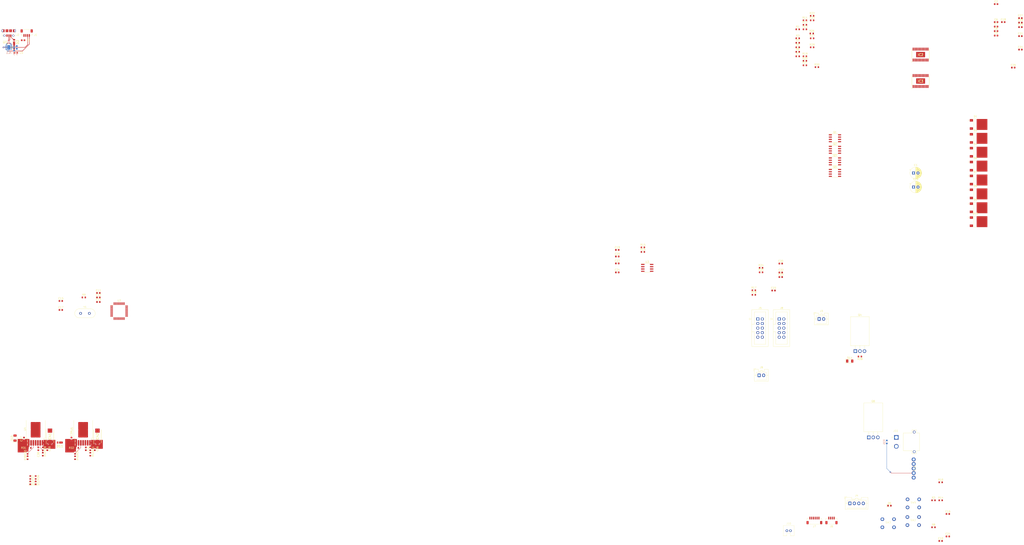
<source format=kicad_pcb>
(kicad_pcb (version 20221018) (generator pcbnew)
  (layers (0 "F.Cu" signal) (31 "B.Cu" signal) (34 "B.Paste" user) (35 "F.Paste" user) (36 "B.SilkS" user "B.Silkscreen") (37 "F.SilkS" user "F.Silkscreen") (38 "B.Mask" user) (39 "F.Mask" user) (44 "Edge.Cuts" user))
  (net 0 "")
  (net 1 "+BATT")
  (net 2 "GND")
  (net 3 "Net-(IC2-CP1)")
  (net 4 "Net-(IC2-CP2)")
  (net 5 "+5V")
  (net 6 "Net-(IC2-VREG)")
  (net 7 "Net-(D3-K)")
  (net 8 "Net-(IC2-CA)")
  (net 9 "Net-(IC2-V5)")
  (net 10 "NRST")
  (net 11 "+3V3")
  (net 12 "Net-(IC1-3V3OUT)")
  (net 13 "Net-(U2-PF0)")
  (net 14 "Net-(U2-PB5)")
  (net 15 "Net-(U2-PF1)")
  (net 16 "Net-(D6-K)")
  (net 17 "Net-(IC2-CB)")
  (net 18 "Net-(U2-PB6)")
  (net 19 "Net-(C24-Pad1)")
  (net 20 "Net-(IC3-CP1)")
  (net 21 "Net-(IC3-CP2)")
  (net 22 "Net-(IC3-VREG)")
  (net 23 "Net-(D8-K)")
  (net 24 "Net-(IC3-CA)")
  (net 25 "Net-(IC3-V5)")
  (net 26 "Net-(D10-K)")
  (net 27 "Net-(IC3-CB)")
  (net 28 "Net-(U4-FB)")
  (net 29 "Net-(D11-A)")
  (net 30 "Net-(U5-FB)")
  (net 31 "Net-(D14-K)")
  (net 32 "Net-(U4-SS)")
  (net 33 "Net-(U5-SS)")
  (net 34 "Net-(D2-K)")
  (net 35 "Net-(D2-A)")
  (net 36 "Net-(D5-A)")
  (net 37 "Net-(D12-A)")
  (net 38 "Net-(D13-A)")
  (net 39 "Net-(IC1-USBDM)")
  (net 41 "Net-(IC1-TXD)")
  (net 42 "Net-(IC1-CTS#)")
  (net 43 "Net-(IC1-RXD)")
  (net 44 "Net-(IC1-USBDP)")
  (net 45 "Net-(IC2-GLB)")
  (net 46 "Net-(IC2-GHB)")
  (net 48 "Net-(IC2-GHA)")
  (net 49 "Net-(IC2-GLA)")
  (net 52 "DRV1_PHASE")
  (net 53 "DRVx_SR")
  (net 54 "DRV1_PWML")
  (net 55 "DRV1_PWMH")
  (net 56 "Net-(IC2-FF1)")
  (net 57 "Net-(IC2-FF2)")
  (net 58 "Net-(IC2-RDEAD)")
  (net 59 "Net-(IC2-VDSTH)")
  (net 60 "Net-(IC3-GLB)")
  (net 61 "Net-(IC3-GHB)")
  (net 63 "Net-(IC3-GHA)")
  (net 64 "Net-(IC3-GLA)")
  (net 67 "DRV2_PHASE")
  (net 68 "DRV2_PWML")
  (net 69 "DRV2_PWMH")
  (net 70 "Net-(IC3-FF1)")
  (net 71 "Net-(IC3-FF2)")
  (net 72 "Net-(IC3-RDEAD)")
  (net 73 "Net-(IC3-VDSTH)")
  (net 74 "Net-(J2-D-)")
  (net 75 "Net-(J2-D+)")
  (net 77 "Net-(J4-Pin_2)")
  (net 78 "Net-(J4-Pin_3)")
  (net 82 "Encoder_LA")
  (net 84 "Encoder_LB")
  (net 87 "Net-(J6-Pin_2)")
  (net 88 "Net-(J6-Pin_3)")
  (net 89 "Net-(J7-Pin_2)")
  (net 90 "Net-(J7-Pin_4)")
  (net 91 "Net-(J7-Pin_6)")
  (net 95 "Encoder_RA")
  (net 97 "Encoder_RB")
  (net 100 "Net-(J10-Pin_1)")
  (net 101 "Net-(J11-Pin_1)")
  (net 102 "Net-(Q1A-G)")
  (net 103 "Net-(Q1B-G)")
  (net 104 "Net-(Q2A-G)")
  (net 105 "Net-(Q2B-G)")
  (net 106 "Net-(Q3A-G)")
  (net 107 "Net-(Q3B-G)")
  (net 108 "Net-(Q5A-G)")
  (net 109 "Net-(Q5B-G)")
  (net 110 "Net-(Q6-G)")
  (net 111 "Net-(U2-BOOT0)")
  (net 112 "Net-(U4-RON)")
  (net 113 "Net-(U5-RON)")
  (net 114 "Net-(U4-EN)")
  (net 115 "Net-(U5-EN)")
  (net 116 "Net-(U2-PA11)")
  (net 117 "Net-(U2-PA12)")
  (footprint "Capacitor_SMD:C_0603_1608Metric" (layer "F.Cu") (at 524.075 257.355)
    (fp_text reference "C16")
    (fp_text value "C")
  )
  (footprint "Resistor_SMD:R_0603_1608Metric" (layer "F.Cu") (at 12 237 -90)
    (fp_text reference "R37")
    (fp_text value "R")
  )
  (footprint "Package_TO_SOT_THT:TO-220F-3_Horizontal_TabDown" (layer "F.Cu") (at 472.46 166.5)
    (fp_text reference "Q4")
    (fp_text value "SFS9Z34")
  )
  (footprint "Resistor_SMD:R_0603_1608Metric" (layer "F.Cu") (at 19 224 -90)
    (fp_text reference "R42")
    (fp_text value "1.05k")
  )
  (footprint "Resistor_SMD:R_0603_1608Metric" (layer "F.Cu") (at 520.075 239.695)
    (fp_text reference "R10")
    (fp_text value "R")
  )
  (footprint "Capacitor_SMD:C_0603_1608Metric" (layer "F.Cu") (at 8.5 215.5 90)
    (fp_text reference "C37")
    (fp_text value "10u")
  )
  (footprint "Capacitor_SMD:C_0603_1608Metric" (layer "F.Cu") (at 564.575 -1.785)
    (fp_text reference "C34")
    (fp_text value "C")
  )
  (footprint "Package_SO:SO-8_3.9x4.9mm_P1.27mm" (layer "F.Cu") (at 461.07 54.135)
    (fp_text reference "Q2")
    (fp_text value "GSFQ6806")
  )
  (footprint "LED_SMD:LED_0603_1608Metric" (layer "F.Cu") (at 12 240 90)
    (fp_text reference "D13")
    (fp_text value "LED")
  )
  (footprint "Connector_JST:JST_XA_B02B-XASK-1-A_1x02_P2.50mm_Vertical" (layer "F.Cu") (at 418.75 180)
    (fp_text reference "J9")
    (fp_text value "XA")
  )
  (footprint "Capacitor_SMD:C_0603_1608Metric" (layer "F.Cu") (at 430.82 122.63)
    (fp_text reference "C32")
    (fp_text value "C")
  )
  (footprint "Package_SO:SOIC-8_3.9x4.9mm_P1.27mm" (layer "F.Cu") (at 356.3 120.015)
    (fp_text reference "U3")
    (fp_text value "TJA1441AT")
  )
  (footprint "Capacitor_SMD:C_0603_1608Metric" (layer "F.Cu") (at 29.07 143.51)
    (fp_text reference "C17")
    (fp_text value "C")
  )
  (footprint "Resistor_SMD:R_0603_1608Metric" (layer "F.Cu") (at 448.135 -10.77)
    (fp_text reference "R26")
    (fp_text value "R")
  )
  (footprint "Capacitor_SMD:C_0603_1608Metric" (layer "F.Cu") (at 564.575 -19.355)
    (fp_text reference "C27")
    (fp_text value "C")
  )
  (footprint "Resistor_SMD:R_0603_1608Metric" (layer "F.Cu") (at 516.065 264.795)
    (fp_text reference "R8")
    (fp_text value "R")
  )
  (footprint "Resistor_SMD:R_0603_1608Metric" (layer "F.Cu") (at 37 226 -90)
    (fp_text reference "R40")
    (fp_text value "2.61k")
  )
  (footprint "Resistor_SMD:R_0603_1608Metric" (layer "F.Cu") (at 45.5 224 -90)
    (fp_text reference "R43")
    (fp_text value "4.75k")
  )
  (footprint "Package_QFP:LQFP-32_7x7mm_P0.8mm" (layer "F.Cu") (at 61.595 144.145)
    (fp_text reference "U2")
    (fp_text value "STM32F303K8Tx")
  )
  (footprint "Resistor_SMD:R_0603_1608Metric" (layer "F.Cu") (at 448.32 -18.115)
    (fp_text reference "R23")
    (fp_text value "R")
  )
  (footprint "LibraryLoader:CAPPM7343X310N" (layer "F.Cu") (at 23 214 90)
    (fp_text reference "C41")
    (fp_text value "ECASD60J337M009KA0" hide)
  )
  (footprint "LibraryLoader:A3944KLPTRT" (layer "F.Cu") (at 508.87 15.75)
    (fp_text reference "IC3")
    (fp_text value "A3921KLPTR-T" hide)
  )
  (footprint "Connector_JST:JST_SH_BM04B-SRSS-TB_1x04-1MP_P1.00mm_Vertical" (layer "F.Cu") (at 459.105 260.985 180)
    (fp_text reference "J6")
    (fp_text value "SH")
  )
  (footprint "Resistor_SMD:R_0603_1608Metric" (layer "F.Cu") (at 10.5 226 -90)
    (fp_text reference "R38")
    (fp_text value "2.74k")
  )
  (footprint "Capacitor_SMD:C_0603_1608Metric" (layer "F.Cu") (at 564.575 -16.845)
    (fp_text reference "C28")
    (fp_text value "C")
  )
  (footprint "Connector_JST:JST_XA_B02B-XASK-1-A_1x02_P2.50mm_Vertical" (layer "F.Cu") (at 452.25 148.545)
    (fp_text reference "J3")
    (fp_text value "XA")
  )
  (footprint "Capacitor_SMD:C_0603_1608Metric" (layer "F.Cu") (at 560.565 8.255)
    (fp_text reference "C26")
    (fp_text value "470n")
  )
  (footprint "Capacitor_SMD:C_0603_1608Metric" (layer "F.Cu") (at 564.575 -9.315)
    (fp_text reference "C31")
    (fp_text value "100n")
  )
  (footprint "Capacitor_SMD:C_0603_1608Metric" (layer "F.Cu") (at 524.075 269.905)
    (fp_text reference "C21")
    (fp_text value "C")
  )
  (footprint "Resistor_SMD:R_0603_1608Metric" (layer "F.Cu") (at 419.825 122.51)
    (fp_text reference "R25")
    (fp_text value "R")
  )
  (footprint "Resistor_SMD:R_0603_1608Metric" (layer "F.Cu") (at 440.3 -0.545)
    (fp_text reference "R6")
    (fp_text value "R")
  )
  (footprint "Capacitor_SMD:C_0603_1608Metric" (layer "F.Cu") (at 426.81 132.67)
    (fp_text reference "C23")
    (fp_text value "C")
  )
  (footprint "Resistor_SMD:R_0603_1608Metric" (layer "F.Cu") (at 448.32 -8.075)
    (fp_text reference "R27")
    (fp_text value "R")
  )
  (footprint "LibraryLoader:DTS-63-N-V-BLK(TS-0606-F-N" (layer "F.Cu") (at 504.75 261.33)
    (fp_text reference "SW2")
    (fp_text value "BLACK")
  )
  (footprint "Capacitor_SMD:C_0603_1608Metric" (layer "F.Cu") (at 21.5 221 90)
    (fp_text reference "C35")
    (fp_text value "0.022u")
  )
  (footprint "Capacitor_SMD:C_0603_1608Metric" (layer "F.Cu") (at 43 221 -90)
    (fp_text reference "C40")
    (fp_text value "4700p")
  )
  (footprint "Resistor_SMD:R_0603_1608Metric" (layer "F.Cu") (at 10.5 223 -90)
    (fp_text reference "R33")
    (fp_text value "46.4k")
  )
  (footprint "Resistor_SMD:R_0603_1608Metric" (layer "F.Cu") (at 475 169.5 180)
    (fp_text reference "R28")
    (fp_text value "100k")
  )
  (footprint "Resistor_SMD:R_0603_1608Metric" (layer "F.Cu") (at 19 221 90)
    (fp_text reference "R39")
    (fp_text value "5.62k")
  )
  (footprint "Capacitor_SMD:C_0603_1608Metric" (layer "F.Cu") (at 4 0)
    (fp_text reference "C5")
    (fp_text value "C")
  )
  (footprint "Connector_JST:JST_SH_BM04B-SRSS-TB_1x04-1MP_P1.00mm_Vertical" (layer "F.Cu") (at 10 -11)
    (fp_text reference "J1")
    (fp_text value "SH")
  )
  (footprint "Capacitor_SMD:C_0603_1608Metric" (layer "F.Cu") (at 339.585 113.665)
    (fp_text reference "C20")
    (fp_text value "C")
  )
  (footprint "Resistor_SMD:R_0603_1608Metric" (layer "F.Cu") (at 15 237 -90)
    (fp_text reference "R36")
    (fp_text value "R")
  )
  (footprint "Connector_JST:JST_XA_B04B-XASK-1-A_1x04_P2.50mm_Vertical" (layer "F.Cu") (at 469.385 251.46)
    (fp_text reference "J4")
    (fp_text value "XA")
  )
  (footprint "Capacitor_SMD:C_0603_1608Metric" (layer "F.Cu") (at 339.585 117.535)
    (fp_text reference "C22")
    (fp_text value "C")
  )
  (footprint "Inductor_SMD:L_0603_1608Metric" (layer "F.Cu") (at 3 -3 90)
    (fp_text reference "L1")
    (fp_text value "BLM18PG600SN1D")
  )
  (footprint "LibraryLoader:DTS-63-N-V-BLK(TS-0606-F-N" (layer "F.Cu") (at 504.825 251.46)
    (fp_text reference "SW5")
    (fp_text value "RED")
  )
  (footprint "LibraryLoader:DIO_MBRAD1560H" (layer "F.Cu") (at 541.2125 94.235)
    (fp_text reference "D10")
    (fp_text value "MBRAD1560H")
  )
  (footprint "LibraryLoader:XT30PWM" (layer "F.Cu") (at 505.3 217.13 -90)
    (fp_text reference "J11")
    (fp_text value "XT30")
  )
  (footprint "LibraryLoader:CUHS20S40H3F" (layer "F.Cu") (at 3 -6 90)
    (fp_text reference "D2")
    (fp_text value "CUHS20S30" hide)
  )
  (footprint "Resistor_SMD:R_0603_1608Metric" (layer "F.Cu") (at 353.885 111.125)
    (fp_text reference "R16")
    (fp_text value "R")
  )
  (footprint "Resistor_SMD:R_0603_1608Metric" (layer "F.Cu") (at 353.885 108.615)
    (fp_text reference "R15")
    (fp_text value "R")
  )
  (footprint "Resistor_SMD:R_0603_1608Metric" (layer "F.Cu") (at 38 220.5)
    (fp_text reference "R32")
    (fp_text value "127k")
  )
  (footprint "Package_TO_SOT_SMD:Texas_NDW-7_TabPin8" (layer "F.Cu") (at 41.5 210 90)
    (fp_text reference "U5")
    (fp_text value "LMZ12002EXT")
  )
  (footprint "Capacitor_SMD:C_0603_1608Metric" (layer "F.Cu") (at 339.585 122.555)
    (fp_text reference "C24")
    (fp_text value "C")
  )
  (footprint "Capacitor_SMD:C_0603_1608Metric" (layer "F.Cu") (at 550.98 -9.615)
    (fp_text reference "C9")
    (fp_text value "100n")
  )
  (footprint "LibraryLoader:2MS1-T1-B4-VS2-Q-E-S" (layer "F.Cu") (at 505 232 -90)
    (fp_text reference "SW4")
    (fp_text value "2MS1-T1-B4-VS2-Q-E-S")
  )
  (footprint "Resistor_SMD:R_0603_1608Metric" (layer "F.Cu") (at 419.825 120)
    (fp_text reference "R24")
    (fp_text value "R")
  )
  (footprint "Capacitor_SMD:C_0603_1608Metric" (layer "F.Cu") (at 550.98 -27.185)
    (fp_text reference "C2")
    (fp_text value "470n")
  )
  (footprint "Package_SO:SO-8_3.9x4.9mm_P1.27mm" (layer "F.Cu") (at 461.07 60.585)
    (fp_text reference "Q3")
    (fp_text value "GSFQ6806")
  )
  (footprint "Resistor_SMD:R_0603_1608Metric" (layer "F.Cu") (at 440.3 -3.055)
    (fp_text reference "R5")
    (fp_text value "R")
  )
  (footprint "LibraryLoader:CUHS20S40H3F" (layer "F.Cu") (at 28.5 217.5 180)
    (fp_text reference "D11")
    (fp_text value "CUHS20S30" hide)
  )
  (footprint "Resistor_SMD:R_0603_1608Metric" (layer "F.Cu") (at 37 223 -90)
    (fp_text reference "R34")
    (fp_text value "8.25k")
  )
  (footprint "Resistor_SMD:R_0603_1608Metric" (layer "F.Cu") (at 440.3 -5.565)
    (fp_text reference "R4")
    (fp_text value "R")
  )
  (footprint "LibraryLoader:DIO_MBRAD1560H" (layer "F.Cu") (at 541.2125 55.485)
    (fp_text reference "D4")
    (fp_text value "MBRAD1560H")
  )
  (footprint "LibraryLoader:DIO_MBRAD1560H" (layer "F.Cu") (at 541.2125 47.735)
    (fp_text reference "D3")
    (fp_text value "MBRAD1560H")
  )
  (footprint "Resistor_SMD:R_0603_1608Metric" (layer "F.Cu") (at 440.3 1.965)
    (fp_text reference "R7")
    (fp_text value "R")
  )
  (footprint "Capacitor_SMD:C_0603_1608Metric" (layer "F.Cu") (at 564.575 -14.335)
    (fp_text reference "C29")
    (fp_text value "C")
  )
  (footprint "Capacitor_SMD:C_0603_1608Metric" (layer "F.Cu") (at 8 -7)
    (fp_text reference "C3")
    (fp_text value "C")
  )
  (footprint "Capacitor_SMD:C_0603_1608Metric" (layer "F.Cu") (at 554.99 -17.145)
    (fp_text reference "C18")
    (fp_text value "C")
  )
  (footprint "Capacitor_SMD:C_0603_1608Metric" (layer "F.Cu") (at 48 221 90)
    (fp_text reference "C36")
    (fp_text value "0.022u")
  )
  (footprint "LED_SMD:LED_0603_1608Metric" (layer "F.Cu") (at 491.49 252.73)
    (fp_text reference "D5")
    (fp_text value "LED")
  )
  (footprint "Connector_USB:USB_Micro-B_Amphenol_10118194_Horizontal" (layer "F.Cu") (at 0 -11 180)
    (fp_text reference "J2")
    (fp_text value "USB_B_Micro")
  )
  (footprint "Capacitor_THT:CP_Radial_D6.3mm_P2.50mm" (layer "F.Cu") (at 504.912621 67.08)
    (fp_text reference "C1")
    (fp_text value "35ZLH100MEFC6.3X11")
  )
  (footprint "Capacitor_THT:CP_Radial_D6.3mm_P2.50mm" (layer "F.Cu") (at 504.912621 74.93)
    (fp_text reference "C25")
    (fp_text value "35ZLH100MEFC6.3X11")
  )
  (footprint "LibraryLoader:DIO_MBRAD1560H" (layer "F.Cu") (at 541.2125 78.735)
    (fp_text reference "D8")
    (fp_text value "MBRAD1560H")
  )
  (footprint "Crystal:Crystal_HC49-4H_Vertical" (layer "F.Cu") (at 40.095 145.415)
    (fp_text reference "Y1")
    (fp_text value "32M")
  )
  (footprint "Diode_SMD:D_1206_3216Metric" (layer "F.Cu") (at 3.5 215 90)
    (fp_text reference "D15")
    (fp_text value "BZT52H-A30-QX")
  )
  (footprint "Capacitor_SMD:C_0603_1608Metric" (layer "F.Cu") (at 35 215.5 90)
    (fp_text reference "C39")
    (fp_text value "10u")
  )
  (footprint "Resistor_SMD:R_0603_1608Metric" (layer "F.Cu") (at 45.5 221 90)
    (fp_text reference "R41")
    (fp_text value "1.5k")
  )
  (footprint "LibraryLoader:DIO_MBRAD1560H" (layer "F.Cu") (at 541.2125 39.985)
    (fp_text reference "D1")
    (fp_text value "MBRAD1560H")
  )
  (footprint "Resistor_SMD:R_0603_1608Metric" (layer "F.Cu") (at 444.31 4.475)
    (fp_text reference "R20")
    (fp_text value "R")
  )
  (footprint "Resistor_SMD:R_0603_1608Metric" (layer "F.Cu") (at 444.31 -13.095)
    (fp_text reference "R13")
    (fp_text value "100k")
  )
  (footprint "Diode_SMD:D_1206_3216Metric" (layer "F.Cu") (at 469.315 172.04)
    (fp_text reference "D14")
    (fp_text value "BZT52H-A30-QX")
  )
  (footprint "Capacitor_SMD:C_0603_1608Metric" (layer "F.Cu") (at 50.025 136.555)
    (fp_text reference "C12")
    (fp_text value "C")
  )
  (footprint "Resistor_SMD:R_0603_1608Metric" (layer "F.Cu") (at 440.3 -8.075)
    (fp_text reference "R3")
    (fp_text value "R")
  )
  (footprint "Connector_IDC:IDC-Header_2x05_P2.54mm_Vertical" (layer "F.Cu") (at 418 148.545)
    (fp_text reference "J5")
    (fp_text value "3020-10-0300-00")
  )
  (footprint "Package_SO:SO-8_3.9x4.9mm_P1.27mm" (layer "F.Cu") (at 461.07 47.685)
    (fp_text reference "Q1")
    (fp_text value "GSFQ6806")
  )
  (footprint "Resistor_SMD:R_0603_1608Metric" (layer "F.Cu") (at 448.32 -20.625)
    (fp_text reference "R22")
    (fp_text value "R")
  )
  (footprint "Connector_JST:JST_SH_BM06B-SRSS-TB_1x06-1MP_P1.00mm_Vertical" (layer "F.Cu") (at 449.58 260.985 180)
    (fp_text reference "J7")
    (fp_text value "SH")
  )
  (footprint "Capacitor_SMD:C_0603_1608Metric" (layer "F.Cu") (at 339.585 110.005)
    (fp_text reference "C19")
    (fp_text value "C")
  )
  (footprint "Connector_IDC:IDC-Header_2x05_P2.54mm_Vertical" (layer "F.Cu") (at 429.985 148.545)
    (fp_text reference "J8")
    (fp_text value "3020-10-0300-00")
  )
  (footprint "LibraryLoader:CAPPM7343X310N" (layer "F.Cu") (at 49.5 214 90)
    (fp_text reference "C42")
    (fp_text value "ECASD60J337M009KA0" hide)
  )
  (footprint "Resistor_SMD:R_0603_1608Metric" (layer "F.Cu") (at 451 8)
    (fp_text reference "R30")
    (fp_text value "100k")
  )
  (footprint "Package_SO:SO-8_3.9x4.9mm_P1.27mm" (layer "F.Cu") (at 461.07 67.035)
    (fp_text reference "Q5")
    (fp_text value "GSFQ6806")
  )
  (footprint "Resistor_SMD:R_0603_1608Metric" (layer "F.Cu") (at 448.32 -3.055)
    (fp_text reference "R29")
    (fp_text value "R")
  )
  (footprint "Capacitor_SMD:C_0603_1608Metric" (layer "F.Cu") (at 50.025 134.045)
    (fp_text reference "C11")
    (fp_text value "C")
  )
  (footprint "LED_SMD:LED_0603_1608Metric" (layer "F.Cu") (at 15 240 90)
    (fp_text reference "D12")
    (fp_text value "LED")
  )
  (footprint "Capacitor_SMD:C_0603_1608Metric" (layer "F.Cu") (at 550.98 -14.635)
    (fp_text reference "C7")
    (fp_text value "C")
  )
  (footprint "Capacitor_SMD:C_0603_1608Metric" (layer "F.Cu") (at 520.065 272.415)
    (fp_text reference "C10")
    (fp_text value "C")
  )
  (footprint "Resistor_SMD:R_0603_1608Metric" (layer "F.Cu") (at 444.31 -18.115)
    (fp_text reference "R11")
    (fp_text value "R")
  )
  (footprint "Capacitor_SMD:C_0603_1608Metric" (layer "F.Cu") (at 50.025 139.065)
    (fp_text reference "C13")
    (fp_text value "C")
  )
  (footprint "LibraryLoader:DIO_MBRAD1560H" (layer "F.Cu") (at 541.2125 63.235)
    (fp_text reference "D6")
    (fp_text value "MBRAD1560H")
  )
  (footprint "Capacitor_SMD:C_0603_1608Metric" (layer "F.Cu") (at 550.98 -12.125)
    (fp_text reference "C8")
    (fp_text value "C")
  )
  (footprint "LibraryLoader:PA_01x02" (layer "F.Cu") (at 435.245 266.7)
    (fp_text reference "J10")
    (fp_text value "PA")
  )
  (footprint "Resistor_SMD:R_0603_1608Metric" (layer "F.Cu") (at 415.815 132.55)
    (fp_text reference "R17")
    (fp_text value "R")
  )
  (footprint "Resistor_SMD:R_0603_1608Metric" (layer "F.Cu") (at 440.3 -13.095)
    (fp_text reference "R1")
    (fp_text value "R")
  )
  (footprint "Capacitor_SMD:C_0603_1608Metric" (layer "F.Cu") (at 430.82 117.61)
    (fp_text reference "C30")
    (fp_text value "C")
  )
  (footprint "Resistor_SMD:R_0603_1608Metric" (layer "F.Cu") (at 41.91 136.525)
    (fp_text reference "R9")
    (fp_text value "10k")
  )
  (footprint "Capacitor_SMD:C_0603_1608Metric" (layer "F.Cu") (at 430.82 125.14)
    (fp_text reference "C33")
    (fp_text value "C")
  )
  (footprint "LibraryLoader:DIO_MBRAD1560H" (layer "F.Cu") (at 541.2125 70.985)
    (fp_text reference "D7")
    (fp_text value "MBRAD1560H")
  )
  (footprint "Resistor_SMD:R_0603_1608Metric" (layer "F.Cu") (at 444.31 -15.605)
    (fp_text reference "R12")
    (fp_text value "R")
  )
  (footprint "Resistor_SMD:R_0603_1608Metric" (layer "F.Cu") (at 516.065 249.735)
    (fp_text reference "R2")
    (fp_text value "R")
  )
  (footprint "LibraryLoader:LXES11DAA2135" (layer "F.Cu") (at 0 -6 180)
    (fp_text reference "U1")
    (fp_text value "LXES11D" hide)
  )
  (footprint "LibraryLoader:DTS-63-N-V-BLK(TS-0606-F-N" (layer "F.Cu") (at 490.78 262.545)
    (fp_text reference "SW3")
    (fp_text value "BLACK")
  )
  (footprint "Package_TO_SOT_SMD:Texas_NDW-7_TabPin8" (layer "F.Cu") (at 15 210 90)
    (fp_text reference "U4")
    (fp_text value "TPSM13604HNDWR")
  )
  (footprint "Resistor_SMD:R_0603_1608Metric" (layer "F.Cu") (at 415.815 135.06)
    (fp_text reference "R18")
    (fp_text value "R")
  )
  (footprint "Resistor_SMD:R_0603_1608Metric" (layer "F.Cu") (at 444.31 6.985)
    (fp_text reference "R21")
    (fp_text value "R")
  )
  (footprint "Capacitor_SMD:C_0603_1608Metric" (layer "F.Cu") (at 16.5 221 -90)
    (fp_text reference "C38")
    (fp_text value "4700p")
  )
  (footprint "LibraryLoader:DIO_MBRAD1560H" (layer "F.Cu") (at 541.2125 86.485)
    (fp_text reference "D9")
    (fp_text value "MBRAD1560H")
  )
  (footprint "Resistor_SMD:R_0603_1608Metric" (layer "F.Cu") (at 520.075 249.735)
    (fp_text reference "R14")
    (fp_text value "R")
  )
  (footprint "Resistor_SMD:R_0603_1608Metric" (layer "F.Cu") (at 444.31 1.965)
    (fp_text reference "R19")
    (fp_text value "R")
  )
  (footprint "Capacitor_SMD:C_0603_1608Metric" (layer "F.Cu") (at 550.98 -17.145)
    (fp_text reference "C6")
    (fp_text value "C")
  )
  (footprint "Resistor_SMD:R_0603_1608Metric" (layer "F.Cu") (at 11.5 220.5)
    (fp_text reference "R31")
    (fp_text value "127k")
  )
  (footprint "Package_TO_SOT_THT:TO-220F-3_Horizontal_TabDown" (layer "F.Cu") (at 479.92 214.63)
    (fp_text reference "Q6")
    (fp_text value "SFS9Z34")
  )
  (footprint "Capacitor_SMD:C_0603_1608Metric" (layer "F.Cu") (at 29.07 138.49)
    (fp_text reference "C15")
    (fp_text value "C")
  )
  (footprint "LibraryLoader:A3944KLPTRT" (layer "F.Cu") (at 508.87 1)
    (fp_text reference "IC2")
    (fp_text value "A3921KLPTR-T" hide)
  )
  (footprint "LibraryLoader:SON45P300X300X80-13N-D" (layer "B.Cu") (at 0 -3 180)
    (fp_text reference "IC1")
    (fp_text value "ft234xd" hide)
  )
  (footprint "Resistor_SMD:R_0603_1608Metric" (layer "B.Cu") (at 490 217.17 -90)
    (fp_text reference "R35")
    (fp_text value "100k")
  )
  (footprint "Capacitor_SMD:C_0603_1608Metric" (layer "B.Cu") (at 3 -2 -90)
    (fp_text reference "C4")
    (fp_text value "C")
  )
  (footprint "Capacitor_SMD:C_0603_1608Metric" (layer "B.Cu") (at 4.5 -3 -90)
    (fp_text reference "C14")
    (fp_text value "C")
  )
  (segment (start 3 -2.775) (end 1.45 -2.775) (width 0.2) (layer "B.Cu") (net 5))
  (segment (start 4.4 -3.675) (end 4.5 -3.775) (width 0.2) (layer "B.Cu") (net 12))
  (segment (start 1.45 -3.675) (end 4.4 -3.675) (width 0.2) (layer "B.Cu") (net 12))
  (segment (start 1.45 -3.225) (end 1.45 -3.675) (width 0.2) (layer "B.Cu") (net 12))
  (segment (start 17.54 220.365) (end 19 221.825) (width 0.15) (layer "F.Cu") (net 28))
  (segment (start 19 221.825) (end 19 223.175) (width 0.15) (layer "F.Cu") (net 28))
  (segment (start 17.54 217.66) (end 17.54 220.365) (width 0.15) (layer "F.Cu") (net 28))
  (segment (start 16.27 217.66) (end 16.27 219.995) (width 0.15) (layer "F.Cu") (net 32))
  (segment (start 16.27 219.995) (end 16.5 220.225) (width 0.15) (layer "F.Cu") (net 32))
  (segment (start 3 -5.35) (end 3 -3.7875) (width 0.25) (layer "F.Cu") (net 34))
  (segment (start 1.3 -8.7) (end 2.75 -7.25) (width 0.25) (layer "F.Cu") (net 35))
  (segment (start 1.3 -9.6) (end 1.3 -8.7) (width 0.25) (layer "F.Cu") (net 35))
  (segment (start 2.75 -7.25) (end 3 -7.25) (width 0.25) (layer "F.Cu") (net 35))
  (segment (start 0.625 -5.375) (end 1 -5) (width 0.25) (layer "F.Cu") (net 39))
  (segment (start 0.3 -5.375) (end 0.625 -5.375) (width 0.25) (layer "F.Cu") (net 39))
  (via (at 1 -5) (size 0.8) (drill 0.4) (layers "F.Cu" "B.Cu") (net 39))
  (segment (start 1.45 -4.55) (end 1 -5) (width 0.25) (layer "B.Cu") (net 39))
  (segment (start 1.45 -4.125) (end 1.45 -4.55) (width 0.25) (layer "B.Cu") (net 39))
  (segment (start 7.636396 -1) (end 0 -1) (width 0.25) (layer "F.Cu") (net 41))
  (segment (start 11.5 -9.675) (end 11.5 -4.863604) (width 0.25) (layer "F.Cu") (net 41))
  (segment (start 11.5 -4.863604) (end 7.636396 -1) (width 0.25) (layer "F.Cu") (net 41))
  (via (at 0 -1) (size 0.8) (drill 0.4) (layers "F.Cu" "B.Cu") (net 41))
  (segment (start -0.575 -1) (end -1.45 -1.875) (width 0.25) (layer "B.Cu") (net 41))
  (segment (start 0 -1) (end -0.575 -1) (width 0.25) (layer "B.Cu") (net 41))
  (segment (start 9 -3) (end -3 -3) (width 0.25) (layer "F.Cu") (net 43))
  (segment (start 10.5 -4.5) (end 9 -3) (width 0.25) (layer "F.Cu") (net 43))
  (segment (start 10.5 -9.675) (end 10.5 -4.5) (width 0.25) (layer "F.Cu") (net 43))
  (via (at -3 -3) (size 0.8) (drill 0.4) (layers "F.Cu" "B.Cu") (net 43))
  (segment (start -3 -3) (end -2.775 -3.225) (width 0.25) (layer "B.Cu") (net 43))
  (segment (start -2.775 -3.225) (end -1.45 -3.225) (width 0.25) (layer "B.Cu") (net 43))
  (segment (start -0.3 -5.375) (end -0.625 -5.375) (width 0.25) (layer "F.Cu") (net 44))
  (segment (start -0.625 -5.375) (end -1 -5) (width 0.25) (layer "F.Cu") (net 44))
  (via (at -1 -5) (size 0.8) (drill 0.4) (layers "F.Cu" "B.Cu") (net 44))
  (segment (start -1.45 -4.125) (end -1.45 -4.55) (width 0.25) (layer "B.Cu") (net 44))
  (segment (start -1.45 -4.55) (end -1 -5) (width 0.25) (layer "B.Cu") (net 44))
  (segment (start 0.3 -7.038604) (end 0.3 -6.625) (width 0.25) (layer "F.Cu") (net 74))
  (segment (start 0.65 -7.388604) (end 0.3 -7.038604) (width 0.25) (layer "F.Cu") (net 74))
  (segment (start 0.65 -9.6) (end 0.65 -7.388604) (width 0.25) (layer "F.Cu") (net 74))
  (segment (start 0 -7.375) (end -0.3 -7.075) (width 0.25) (layer "F.Cu") (net 75))
  (segment (start -0.3 -7.075) (end -0.3 -6.625) (width 0.25) (layer "F.Cu") (net 75))
  (segment (start 0 -9.6) (end 0 -7.375) (width 0.25) (layer "F.Cu") (net 75))
  (segment (start 492.54 234.54) (end 492 234) (width 0.15) (layer "F.Cu") (net 110))
  (segment (start 505 234.54) (end 492.54 234.54) (width 0.15) (layer "F.Cu") (net 110))
  (via (at 492 234) (size 0.8) (drill 0.4) (layers "F.Cu" "B.Cu") (net 110))
  (segment (start 490 217.995) (end 490 231) (width 0.15) (layer "B.Cu") (net 110))
  (segment (start 492 234) (end 490 232) (width 0.15) (layer "B.Cu") (net 110))
  (segment (start 490 232) (end 490 231) (width 0.15) (layer "B.Cu") (net 110))
  (segment (start 12.46 217.66) (end 12.46 220.365) (width 0.15) (layer "F.Cu") (net 112))
  (segment (start 12.46 220.365) (end 12.325 220.5) (width 0.15) (layer "F.Cu") (net 112))
  (segment (start 38.96 217.66) (end 38.96 220.365) (width 0.15) (layer "F.Cu") (net 113))
  (segment (start 38.96 220.365) (end 38.825 220.5) (width 0.15) (layer "F.Cu") (net 113))
  (segment (start 10.5 223.5) (end 10.5 223.825) (width 0.15) (layer "F.Cu") (net 114))
  (segment (start 10.5 223.825) (end 10.5 225.175) (width 0.15) (layer "F.Cu") (net 114))
  (segment (start 13.73 217.66) (end 13.73 220.27) (width 0.15) (layer "F.Cu") (net 114))
  (segment (start 13.73 220.27) (end 10.5 223.5) (width 0.15) (layer "F.Cu") (net 114))
  (segment (start 40.23 220.27) (end 37 223.5) (width 0.15) (layer "F.Cu") (net 115))
  (segment (start 37 223.5) (end 37 223.825) (width 0.15) (layer "F.Cu") (net 115))
  (segment (start 40.23 217.66) (end 40.23 220.27) (width 0.15) (layer "F.Cu") (net 115))
  (zone (net 0) (net_name "") (layer "F.Cu") (connect_pads (clearance 0)) (min_thickness 0.25)
    (keepout (tracks allowed) (vias allowed) (pads allowed) (copperpour not_allowed) (footprints allowed))
    (fill (thermal_gap 0.2) (thermal_bridge_width 1))
    (polygon (pts (xy 11.5 222.5) (xy 11 223) (xy 11 220.9) (xy 11.5 220.9) (xy 11.5 222.4)))
  )
  (zone (net 11) (net_name "+3V3") (layer "F.Cu") (priority 1) (connect_pads (clearance 0.5)) (min_thickness 0.25) (fill yes (thermal_gap 0.2) (thermal_bridge_width 1))
    (polygon (pts (xy 52.5 221) (xy 45.5 221) (xy 45 220.5) (xy 45 216) (xy 52.5 216)))
  )
  (zone (net 29) (net_name "Net-(D11-A)") (layer "F.Cu") (priority 1) (connect_pads (clearance 0.5)) (min_thickness 0.25) (fill yes (thermal_gap 0.2) (thermal_bridge_width 1))
    (polygon (pts (xy 26 221) (xy 19 221) (xy 18.5 220.5) (xy 18.5 216) (xy 26 216)))
  )
  (zone (net 0) (net_name "") (layer "F.Cu") (connect_pads (clearance 0)) (min_thickness 0.25)
    (keepout (tracks allowed) (vias allowed) (pads allowed) (copperpour not_allowed) (footprints allowed))
    (fill (thermal_gap 0.2) (thermal_bridge_width 1))
    (polygon (pts (xy 37.5 221) (xy 37.5 223) (xy 38 222.5) (xy 38 221)))
  )
  (zone (net 5) (net_name "+5V") (layer "F.Cu") (connect_pads (clearance 0.5)) (min_thickness 0.25) (fill yes (thermal_gap 0.2) (thermal_bridge_width 1))
    (polygon (pts (xy 38 215.5) (xy 38 222.5) (xy 37.5 223) (xy 31.5 223) (xy 31.5 215.5)))
  )
  (zone (net 31) (net_name "Net-(D14-K)") (layer "F.Cu") (connect_pads (clearance 0.5)) (min_thickness 0.25) (fill yes (thermal_gap 0.2) (thermal_bridge_width 1))
    (polygon (pts (xy 11.5 215.5) (xy 11.5 222.4) (xy 11 223) (xy 5 223) (xy 5 215.5)))
  )
)
</source>
